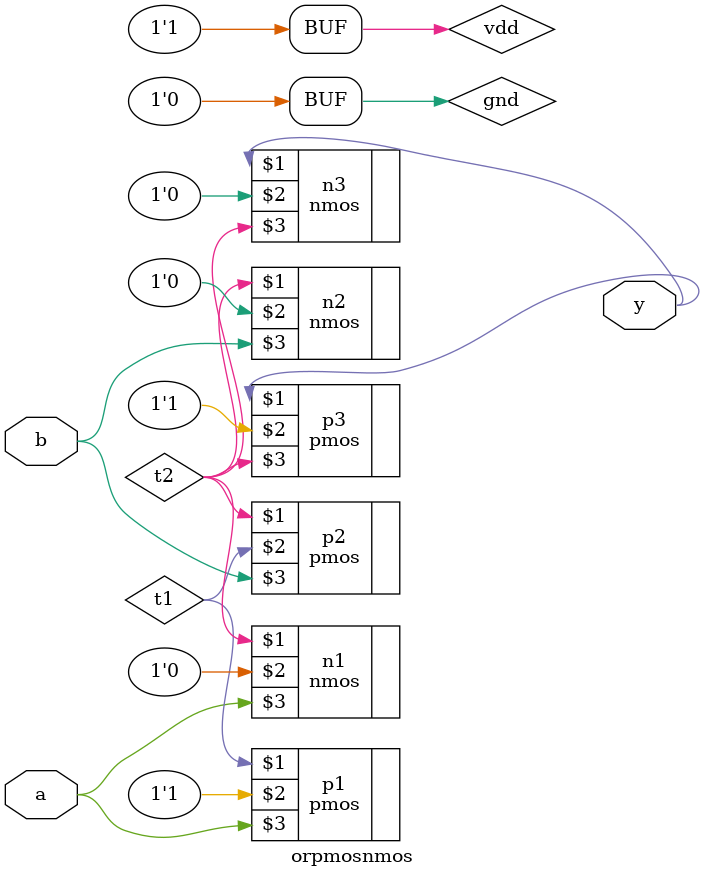
<source format=v>
`timescale 1ns / 1ps

module orpmosnmos(
input a,b,
output y
    );
supply1 vdd;
supply0  gnd;
wire t1,t2;
pmos p1(t1,vdd,a);
pmos p2(t2,t1,b);
nmos n1(t2,gnd,a);
nmos n2(t2,gnd,b);
pmos p3(y,vdd,t2);
nmos n3(y,gnd,t2);
endmodule

</source>
